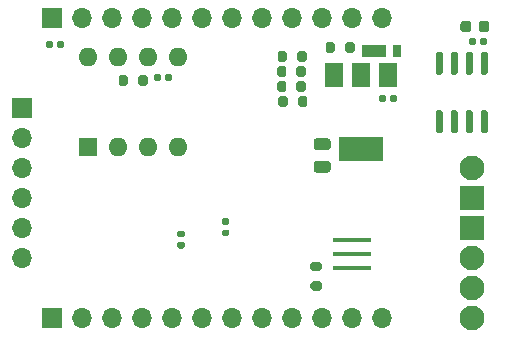
<source format=gbr>
%TF.GenerationSoftware,KiCad,Pcbnew,(5.1.7)-1*%
%TF.CreationDate,2020-10-24T02:10:46+09:00*%
%TF.ProjectId,canboard,63616e62-6f61-4726-942e-6b696361645f,rev?*%
%TF.SameCoordinates,Original*%
%TF.FileFunction,Soldermask,Bot*%
%TF.FilePolarity,Negative*%
%FSLAX46Y46*%
G04 Gerber Fmt 4.6, Leading zero omitted, Abs format (unit mm)*
G04 Created by KiCad (PCBNEW (5.1.7)-1) date 2020-10-24 02:10:46*
%MOMM*%
%LPD*%
G01*
G04 APERTURE LIST*
%ADD10O,1.700000X1.700000*%
%ADD11R,1.700000X1.700000*%
%ADD12R,3.200000X0.400000*%
%ADD13O,1.600000X1.600000*%
%ADD14R,1.600000X1.600000*%
%ADD15R,1.500000X2.000000*%
%ADD16R,3.800000X2.000000*%
%ADD17C,2.100000*%
%ADD18R,2.100000X2.100000*%
%ADD19R,2.000000X1.100000*%
%ADD20R,0.800000X1.100000*%
G04 APERTURE END LIST*
%TO.C,U5*%
G36*
G01*
X247546000Y-32790000D02*
X247246000Y-32790000D01*
G75*
G02*
X247096000Y-32640000I0J150000D01*
G01*
X247096000Y-30990000D01*
G75*
G02*
X247246000Y-30840000I150000J0D01*
G01*
X247546000Y-30840000D01*
G75*
G02*
X247696000Y-30990000I0J-150000D01*
G01*
X247696000Y-32640000D01*
G75*
G02*
X247546000Y-32790000I-150000J0D01*
G01*
G37*
G36*
G01*
X246276000Y-32790000D02*
X245976000Y-32790000D01*
G75*
G02*
X245826000Y-32640000I0J150000D01*
G01*
X245826000Y-30990000D01*
G75*
G02*
X245976000Y-30840000I150000J0D01*
G01*
X246276000Y-30840000D01*
G75*
G02*
X246426000Y-30990000I0J-150000D01*
G01*
X246426000Y-32640000D01*
G75*
G02*
X246276000Y-32790000I-150000J0D01*
G01*
G37*
G36*
G01*
X245006000Y-32790000D02*
X244706000Y-32790000D01*
G75*
G02*
X244556000Y-32640000I0J150000D01*
G01*
X244556000Y-30990000D01*
G75*
G02*
X244706000Y-30840000I150000J0D01*
G01*
X245006000Y-30840000D01*
G75*
G02*
X245156000Y-30990000I0J-150000D01*
G01*
X245156000Y-32640000D01*
G75*
G02*
X245006000Y-32790000I-150000J0D01*
G01*
G37*
G36*
G01*
X243736000Y-32790000D02*
X243436000Y-32790000D01*
G75*
G02*
X243286000Y-32640000I0J150000D01*
G01*
X243286000Y-30990000D01*
G75*
G02*
X243436000Y-30840000I150000J0D01*
G01*
X243736000Y-30840000D01*
G75*
G02*
X243886000Y-30990000I0J-150000D01*
G01*
X243886000Y-32640000D01*
G75*
G02*
X243736000Y-32790000I-150000J0D01*
G01*
G37*
G36*
G01*
X243736000Y-37740000D02*
X243436000Y-37740000D01*
G75*
G02*
X243286000Y-37590000I0J150000D01*
G01*
X243286000Y-35940000D01*
G75*
G02*
X243436000Y-35790000I150000J0D01*
G01*
X243736000Y-35790000D01*
G75*
G02*
X243886000Y-35940000I0J-150000D01*
G01*
X243886000Y-37590000D01*
G75*
G02*
X243736000Y-37740000I-150000J0D01*
G01*
G37*
G36*
G01*
X245006000Y-37740000D02*
X244706000Y-37740000D01*
G75*
G02*
X244556000Y-37590000I0J150000D01*
G01*
X244556000Y-35940000D01*
G75*
G02*
X244706000Y-35790000I150000J0D01*
G01*
X245006000Y-35790000D01*
G75*
G02*
X245156000Y-35940000I0J-150000D01*
G01*
X245156000Y-37590000D01*
G75*
G02*
X245006000Y-37740000I-150000J0D01*
G01*
G37*
G36*
G01*
X246276000Y-37740000D02*
X245976000Y-37740000D01*
G75*
G02*
X245826000Y-37590000I0J150000D01*
G01*
X245826000Y-35940000D01*
G75*
G02*
X245976000Y-35790000I150000J0D01*
G01*
X246276000Y-35790000D01*
G75*
G02*
X246426000Y-35940000I0J-150000D01*
G01*
X246426000Y-37590000D01*
G75*
G02*
X246276000Y-37740000I-150000J0D01*
G01*
G37*
G36*
G01*
X247546000Y-37740000D02*
X247246000Y-37740000D01*
G75*
G02*
X247096000Y-37590000I0J150000D01*
G01*
X247096000Y-35940000D01*
G75*
G02*
X247246000Y-35790000I150000J0D01*
G01*
X247546000Y-35790000D01*
G75*
G02*
X247696000Y-35940000I0J-150000D01*
G01*
X247696000Y-37590000D01*
G75*
G02*
X247546000Y-37740000I-150000J0D01*
G01*
G37*
%TD*%
D10*
%TO.C,J2*%
X208280000Y-48260000D03*
X208280000Y-45720000D03*
X208280000Y-43180000D03*
X208280000Y-40640000D03*
X208280000Y-38100000D03*
D11*
X208280000Y-35560000D03*
%TD*%
D12*
%TO.C,Y2*%
X236220000Y-49136000D03*
X236220000Y-47936000D03*
X236220000Y-46736000D03*
%TD*%
D13*
%TO.C,U3*%
X213868000Y-31242000D03*
X221488000Y-38862000D03*
X216408000Y-31242000D03*
X218948000Y-38862000D03*
X218948000Y-31242000D03*
X216408000Y-38862000D03*
X221488000Y-31242000D03*
D14*
X213868000Y-38862000D03*
%TD*%
D15*
%TO.C,U2*%
X234682000Y-32766000D03*
X239282000Y-32766000D03*
X236982000Y-32766000D03*
D16*
X236982000Y-39066000D03*
%TD*%
%TO.C,R17*%
G36*
G01*
X234779000Y-30205000D02*
X234779000Y-30755000D01*
G75*
G02*
X234579000Y-30955000I-200000J0D01*
G01*
X234179000Y-30955000D01*
G75*
G02*
X233979000Y-30755000I0J200000D01*
G01*
X233979000Y-30205000D01*
G75*
G02*
X234179000Y-30005000I200000J0D01*
G01*
X234579000Y-30005000D01*
G75*
G02*
X234779000Y-30205000I0J-200000D01*
G01*
G37*
G36*
G01*
X236429000Y-30205000D02*
X236429000Y-30755000D01*
G75*
G02*
X236229000Y-30955000I-200000J0D01*
G01*
X235829000Y-30955000D01*
G75*
G02*
X235629000Y-30755000I0J200000D01*
G01*
X235629000Y-30205000D01*
G75*
G02*
X235829000Y-30005000I200000J0D01*
G01*
X236229000Y-30005000D01*
G75*
G02*
X236429000Y-30205000I0J-200000D01*
G01*
G37*
%TD*%
%TO.C,R11*%
G36*
G01*
X218103000Y-33549000D02*
X218103000Y-32999000D01*
G75*
G02*
X218303000Y-32799000I200000J0D01*
G01*
X218703000Y-32799000D01*
G75*
G02*
X218903000Y-32999000I0J-200000D01*
G01*
X218903000Y-33549000D01*
G75*
G02*
X218703000Y-33749000I-200000J0D01*
G01*
X218303000Y-33749000D01*
G75*
G02*
X218103000Y-33549000I0J200000D01*
G01*
G37*
G36*
G01*
X216453000Y-33549000D02*
X216453000Y-32999000D01*
G75*
G02*
X216653000Y-32799000I200000J0D01*
G01*
X217053000Y-32799000D01*
G75*
G02*
X217253000Y-32999000I0J-200000D01*
G01*
X217253000Y-33549000D01*
G75*
G02*
X217053000Y-33749000I-200000J0D01*
G01*
X216653000Y-33749000D01*
G75*
G02*
X216453000Y-33549000I0J200000D01*
G01*
G37*
%TD*%
%TO.C,R7*%
G36*
G01*
X230715000Y-30967000D02*
X230715000Y-31517000D01*
G75*
G02*
X230515000Y-31717000I-200000J0D01*
G01*
X230115000Y-31717000D01*
G75*
G02*
X229915000Y-31517000I0J200000D01*
G01*
X229915000Y-30967000D01*
G75*
G02*
X230115000Y-30767000I200000J0D01*
G01*
X230515000Y-30767000D01*
G75*
G02*
X230715000Y-30967000I0J-200000D01*
G01*
G37*
G36*
G01*
X232365000Y-30967000D02*
X232365000Y-31517000D01*
G75*
G02*
X232165000Y-31717000I-200000J0D01*
G01*
X231765000Y-31717000D01*
G75*
G02*
X231565000Y-31517000I0J200000D01*
G01*
X231565000Y-30967000D01*
G75*
G02*
X231765000Y-30767000I200000J0D01*
G01*
X232165000Y-30767000D01*
G75*
G02*
X232365000Y-30967000I0J-200000D01*
G01*
G37*
%TD*%
%TO.C,R6*%
G36*
G01*
X230652000Y-32237000D02*
X230652000Y-32787000D01*
G75*
G02*
X230452000Y-32987000I-200000J0D01*
G01*
X230052000Y-32987000D01*
G75*
G02*
X229852000Y-32787000I0J200000D01*
G01*
X229852000Y-32237000D01*
G75*
G02*
X230052000Y-32037000I200000J0D01*
G01*
X230452000Y-32037000D01*
G75*
G02*
X230652000Y-32237000I0J-200000D01*
G01*
G37*
G36*
G01*
X232302000Y-32237000D02*
X232302000Y-32787000D01*
G75*
G02*
X232102000Y-32987000I-200000J0D01*
G01*
X231702000Y-32987000D01*
G75*
G02*
X231502000Y-32787000I0J200000D01*
G01*
X231502000Y-32237000D01*
G75*
G02*
X231702000Y-32037000I200000J0D01*
G01*
X232102000Y-32037000D01*
G75*
G02*
X232302000Y-32237000I0J-200000D01*
G01*
G37*
%TD*%
%TO.C,R5*%
G36*
G01*
X230652000Y-33507000D02*
X230652000Y-34057000D01*
G75*
G02*
X230452000Y-34257000I-200000J0D01*
G01*
X230052000Y-34257000D01*
G75*
G02*
X229852000Y-34057000I0J200000D01*
G01*
X229852000Y-33507000D01*
G75*
G02*
X230052000Y-33307000I200000J0D01*
G01*
X230452000Y-33307000D01*
G75*
G02*
X230652000Y-33507000I0J-200000D01*
G01*
G37*
G36*
G01*
X232302000Y-33507000D02*
X232302000Y-34057000D01*
G75*
G02*
X232102000Y-34257000I-200000J0D01*
G01*
X231702000Y-34257000D01*
G75*
G02*
X231502000Y-34057000I0J200000D01*
G01*
X231502000Y-33507000D01*
G75*
G02*
X231702000Y-33307000I200000J0D01*
G01*
X232102000Y-33307000D01*
G75*
G02*
X232302000Y-33507000I0J-200000D01*
G01*
G37*
%TD*%
%TO.C,R4*%
G36*
G01*
X230778000Y-34777000D02*
X230778000Y-35327000D01*
G75*
G02*
X230578000Y-35527000I-200000J0D01*
G01*
X230178000Y-35527000D01*
G75*
G02*
X229978000Y-35327000I0J200000D01*
G01*
X229978000Y-34777000D01*
G75*
G02*
X230178000Y-34577000I200000J0D01*
G01*
X230578000Y-34577000D01*
G75*
G02*
X230778000Y-34777000I0J-200000D01*
G01*
G37*
G36*
G01*
X232428000Y-34777000D02*
X232428000Y-35327000D01*
G75*
G02*
X232228000Y-35527000I-200000J0D01*
G01*
X231828000Y-35527000D01*
G75*
G02*
X231628000Y-35327000I0J200000D01*
G01*
X231628000Y-34777000D01*
G75*
G02*
X231828000Y-34577000I200000J0D01*
G01*
X232228000Y-34577000D01*
G75*
G02*
X232428000Y-34777000I0J-200000D01*
G01*
G37*
%TD*%
%TO.C,R3*%
G36*
G01*
X232897000Y-50272000D02*
X233447000Y-50272000D01*
G75*
G02*
X233647000Y-50472000I0J-200000D01*
G01*
X233647000Y-50872000D01*
G75*
G02*
X233447000Y-51072000I-200000J0D01*
G01*
X232897000Y-51072000D01*
G75*
G02*
X232697000Y-50872000I0J200000D01*
G01*
X232697000Y-50472000D01*
G75*
G02*
X232897000Y-50272000I200000J0D01*
G01*
G37*
G36*
G01*
X232897000Y-48622000D02*
X233447000Y-48622000D01*
G75*
G02*
X233647000Y-48822000I0J-200000D01*
G01*
X233647000Y-49222000D01*
G75*
G02*
X233447000Y-49422000I-200000J0D01*
G01*
X232897000Y-49422000D01*
G75*
G02*
X232697000Y-49222000I0J200000D01*
G01*
X232697000Y-48822000D01*
G75*
G02*
X232897000Y-48622000I200000J0D01*
G01*
G37*
%TD*%
D17*
%TO.C,J6*%
X246380000Y-53340000D03*
X246380000Y-50800000D03*
X246380000Y-48260000D03*
D18*
X246380000Y-45720000D03*
%TD*%
D17*
%TO.C,J4*%
X246380000Y-40640000D03*
D18*
X246380000Y-43180000D03*
%TD*%
D10*
%TO.C,J3*%
X238760000Y-27940000D03*
X236220000Y-27940000D03*
X233680000Y-27940000D03*
X231140000Y-27940000D03*
X228600000Y-27940000D03*
X226060000Y-27940000D03*
X223520000Y-27940000D03*
X220980000Y-27940000D03*
X218440000Y-27940000D03*
X215900000Y-27940000D03*
X213360000Y-27940000D03*
D11*
X210820000Y-27940000D03*
%TD*%
D10*
%TO.C,J1*%
X238760000Y-53340000D03*
X236220000Y-53340000D03*
X233680000Y-53340000D03*
X231140000Y-53340000D03*
X228600000Y-53340000D03*
X226060000Y-53340000D03*
X223520000Y-53340000D03*
X220980000Y-53340000D03*
X218440000Y-53340000D03*
X215900000Y-53340000D03*
X213360000Y-53340000D03*
D11*
X210820000Y-53340000D03*
%TD*%
D19*
%TO.C,D2*%
X238090000Y-30734000D03*
D20*
X239990000Y-30734000D03*
%TD*%
%TO.C,C9*%
G36*
G01*
X234155000Y-39174000D02*
X233205000Y-39174000D01*
G75*
G02*
X232955000Y-38924000I0J250000D01*
G01*
X232955000Y-38424000D01*
G75*
G02*
X233205000Y-38174000I250000J0D01*
G01*
X234155000Y-38174000D01*
G75*
G02*
X234405000Y-38424000I0J-250000D01*
G01*
X234405000Y-38924000D01*
G75*
G02*
X234155000Y-39174000I-250000J0D01*
G01*
G37*
G36*
G01*
X234155000Y-41074000D02*
X233205000Y-41074000D01*
G75*
G02*
X232955000Y-40824000I0J250000D01*
G01*
X232955000Y-40324000D01*
G75*
G02*
X233205000Y-40074000I250000J0D01*
G01*
X234155000Y-40074000D01*
G75*
G02*
X234405000Y-40324000I0J-250000D01*
G01*
X234405000Y-40824000D01*
G75*
G02*
X234155000Y-41074000I-250000J0D01*
G01*
G37*
%TD*%
%TO.C,C8*%
G36*
G01*
X246946000Y-28952000D02*
X246946000Y-28452000D01*
G75*
G02*
X247171000Y-28227000I225000J0D01*
G01*
X247621000Y-28227000D01*
G75*
G02*
X247846000Y-28452000I0J-225000D01*
G01*
X247846000Y-28952000D01*
G75*
G02*
X247621000Y-29177000I-225000J0D01*
G01*
X247171000Y-29177000D01*
G75*
G02*
X246946000Y-28952000I0J225000D01*
G01*
G37*
G36*
G01*
X245396000Y-28952000D02*
X245396000Y-28452000D01*
G75*
G02*
X245621000Y-28227000I225000J0D01*
G01*
X246071000Y-28227000D01*
G75*
G02*
X246296000Y-28452000I0J-225000D01*
G01*
X246296000Y-28952000D01*
G75*
G02*
X246071000Y-29177000I-225000J0D01*
G01*
X245621000Y-29177000D01*
G75*
G02*
X245396000Y-28952000I0J225000D01*
G01*
G37*
%TD*%
%TO.C,C6*%
G36*
G01*
X247088000Y-30142000D02*
X247088000Y-29802000D01*
G75*
G02*
X247228000Y-29662000I140000J0D01*
G01*
X247508000Y-29662000D01*
G75*
G02*
X247648000Y-29802000I0J-140000D01*
G01*
X247648000Y-30142000D01*
G75*
G02*
X247508000Y-30282000I-140000J0D01*
G01*
X247228000Y-30282000D01*
G75*
G02*
X247088000Y-30142000I0J140000D01*
G01*
G37*
G36*
G01*
X246128000Y-30142000D02*
X246128000Y-29802000D01*
G75*
G02*
X246268000Y-29662000I140000J0D01*
G01*
X246548000Y-29662000D01*
G75*
G02*
X246688000Y-29802000I0J-140000D01*
G01*
X246688000Y-30142000D01*
G75*
G02*
X246548000Y-30282000I-140000J0D01*
G01*
X246268000Y-30282000D01*
G75*
G02*
X246128000Y-30142000I0J140000D01*
G01*
G37*
%TD*%
%TO.C,C5*%
G36*
G01*
X220018000Y-32850000D02*
X220018000Y-33190000D01*
G75*
G02*
X219878000Y-33330000I-140000J0D01*
G01*
X219598000Y-33330000D01*
G75*
G02*
X219458000Y-33190000I0J140000D01*
G01*
X219458000Y-32850000D01*
G75*
G02*
X219598000Y-32710000I140000J0D01*
G01*
X219878000Y-32710000D01*
G75*
G02*
X220018000Y-32850000I0J-140000D01*
G01*
G37*
G36*
G01*
X220978000Y-32850000D02*
X220978000Y-33190000D01*
G75*
G02*
X220838000Y-33330000I-140000J0D01*
G01*
X220558000Y-33330000D01*
G75*
G02*
X220418000Y-33190000I0J140000D01*
G01*
X220418000Y-32850000D01*
G75*
G02*
X220558000Y-32710000I140000J0D01*
G01*
X220838000Y-32710000D01*
G75*
G02*
X220978000Y-32850000I0J-140000D01*
G01*
G37*
%TD*%
%TO.C,C4*%
G36*
G01*
X239068000Y-34628000D02*
X239068000Y-34968000D01*
G75*
G02*
X238928000Y-35108000I-140000J0D01*
G01*
X238648000Y-35108000D01*
G75*
G02*
X238508000Y-34968000I0J140000D01*
G01*
X238508000Y-34628000D01*
G75*
G02*
X238648000Y-34488000I140000J0D01*
G01*
X238928000Y-34488000D01*
G75*
G02*
X239068000Y-34628000I0J-140000D01*
G01*
G37*
G36*
G01*
X240028000Y-34628000D02*
X240028000Y-34968000D01*
G75*
G02*
X239888000Y-35108000I-140000J0D01*
G01*
X239608000Y-35108000D01*
G75*
G02*
X239468000Y-34968000I0J140000D01*
G01*
X239468000Y-34628000D01*
G75*
G02*
X239608000Y-34488000I140000J0D01*
G01*
X239888000Y-34488000D01*
G75*
G02*
X240028000Y-34628000I0J-140000D01*
G01*
G37*
%TD*%
%TO.C,C3*%
G36*
G01*
X211274000Y-30396000D02*
X211274000Y-30056000D01*
G75*
G02*
X211414000Y-29916000I140000J0D01*
G01*
X211694000Y-29916000D01*
G75*
G02*
X211834000Y-30056000I0J-140000D01*
G01*
X211834000Y-30396000D01*
G75*
G02*
X211694000Y-30536000I-140000J0D01*
G01*
X211414000Y-30536000D01*
G75*
G02*
X211274000Y-30396000I0J140000D01*
G01*
G37*
G36*
G01*
X210314000Y-30396000D02*
X210314000Y-30056000D01*
G75*
G02*
X210454000Y-29916000I140000J0D01*
G01*
X210734000Y-29916000D01*
G75*
G02*
X210874000Y-30056000I0J-140000D01*
G01*
X210874000Y-30396000D01*
G75*
G02*
X210734000Y-30536000I-140000J0D01*
G01*
X210454000Y-30536000D01*
G75*
G02*
X210314000Y-30396000I0J140000D01*
G01*
G37*
%TD*%
%TO.C,C2*%
G36*
G01*
X221572000Y-46936000D02*
X221912000Y-46936000D01*
G75*
G02*
X222052000Y-47076000I0J-140000D01*
G01*
X222052000Y-47356000D01*
G75*
G02*
X221912000Y-47496000I-140000J0D01*
G01*
X221572000Y-47496000D01*
G75*
G02*
X221432000Y-47356000I0J140000D01*
G01*
X221432000Y-47076000D01*
G75*
G02*
X221572000Y-46936000I140000J0D01*
G01*
G37*
G36*
G01*
X221572000Y-45976000D02*
X221912000Y-45976000D01*
G75*
G02*
X222052000Y-46116000I0J-140000D01*
G01*
X222052000Y-46396000D01*
G75*
G02*
X221912000Y-46536000I-140000J0D01*
G01*
X221572000Y-46536000D01*
G75*
G02*
X221432000Y-46396000I0J140000D01*
G01*
X221432000Y-46116000D01*
G75*
G02*
X221572000Y-45976000I140000J0D01*
G01*
G37*
%TD*%
%TO.C,C1*%
G36*
G01*
X225694000Y-45492000D02*
X225354000Y-45492000D01*
G75*
G02*
X225214000Y-45352000I0J140000D01*
G01*
X225214000Y-45072000D01*
G75*
G02*
X225354000Y-44932000I140000J0D01*
G01*
X225694000Y-44932000D01*
G75*
G02*
X225834000Y-45072000I0J-140000D01*
G01*
X225834000Y-45352000D01*
G75*
G02*
X225694000Y-45492000I-140000J0D01*
G01*
G37*
G36*
G01*
X225694000Y-46452000D02*
X225354000Y-46452000D01*
G75*
G02*
X225214000Y-46312000I0J140000D01*
G01*
X225214000Y-46032000D01*
G75*
G02*
X225354000Y-45892000I140000J0D01*
G01*
X225694000Y-45892000D01*
G75*
G02*
X225834000Y-46032000I0J-140000D01*
G01*
X225834000Y-46312000D01*
G75*
G02*
X225694000Y-46452000I-140000J0D01*
G01*
G37*
%TD*%
M02*

</source>
